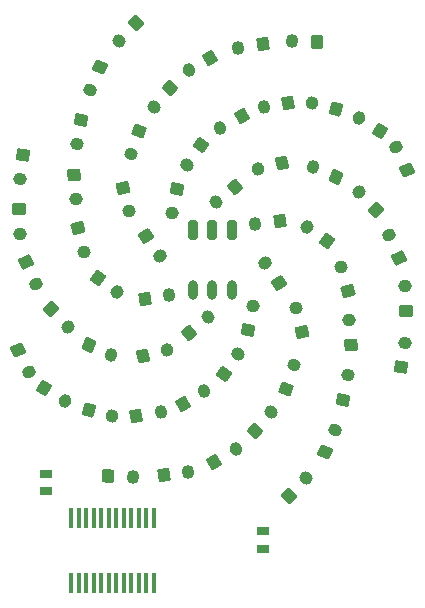
<source format=gtp>
G04*
G04 #@! TF.GenerationSoftware,Altium Limited,CircuitStudio,1.5.2 (30)*
G04*
G04 Layer_Color=204*
%FSLAX25Y25*%
%MOIN*%
G70*
G01*
G75*
G04:AMPARAMS|DCode=12|XSize=40mil|YSize=44mil|CornerRadius=17.6mil|HoleSize=0mil|Usage=FLASHONLY|Rotation=47.000|XOffset=0mil|YOffset=0mil|HoleType=Round|Shape=RoundedRectangle|*
%AMROUNDEDRECTD12*
21,1,0.04000,0.00880,0,0,47.0*
21,1,0.00480,0.04400,0,0,47.0*
1,1,0.03520,0.00486,-0.00125*
1,1,0.03520,0.00158,-0.00476*
1,1,0.03520,-0.00486,0.00125*
1,1,0.03520,-0.00158,0.00476*
%
%ADD12ROUNDEDRECTD12*%
G04:AMPARAMS|DCode=13|XSize=40mil|YSize=44mil|CornerRadius=4.4mil|HoleSize=0mil|Usage=FLASHONLY|Rotation=47.000|XOffset=0mil|YOffset=0mil|HoleType=Round|Shape=RoundedRectangle|*
%AMROUNDEDRECTD13*
21,1,0.04000,0.03520,0,0,47.0*
21,1,0.03120,0.04400,0,0,47.0*
1,1,0.00880,0.02351,-0.00059*
1,1,0.00880,0.00223,-0.02341*
1,1,0.00880,-0.02351,0.00059*
1,1,0.00880,-0.00223,0.02341*
%
%ADD13ROUNDEDRECTD13*%
%ADD14O,0.03300X0.06600*%
G04:AMPARAMS|DCode=15|XSize=33mil|YSize=66mil|CornerRadius=6.6mil|HoleSize=0mil|Usage=FLASHONLY|Rotation=0.000|XOffset=0mil|YOffset=0mil|HoleType=Round|Shape=RoundedRectangle|*
%AMROUNDEDRECTD15*
21,1,0.03300,0.05280,0,0,0.0*
21,1,0.01980,0.06600,0,0,0.0*
1,1,0.01320,0.00990,-0.02640*
1,1,0.01320,-0.00990,-0.02640*
1,1,0.01320,-0.00990,0.02640*
1,1,0.01320,0.00990,0.02640*
%
%ADD15ROUNDEDRECTD15*%
%ADD16O,0.01417X0.06890*%
%ADD17R,0.01417X0.06890*%
G04:AMPARAMS|DCode=18|XSize=40mil|YSize=44mil|CornerRadius=17.6mil|HoleSize=0mil|Usage=FLASHONLY|Rotation=65.000|XOffset=0mil|YOffset=0mil|HoleType=Round|Shape=RoundedRectangle|*
%AMROUNDEDRECTD18*
21,1,0.04000,0.00880,0,0,65.0*
21,1,0.00480,0.04400,0,0,65.0*
1,1,0.03520,0.00500,0.00032*
1,1,0.03520,0.00297,-0.00404*
1,1,0.03520,-0.00500,-0.00032*
1,1,0.03520,-0.00297,0.00404*
%
%ADD18ROUNDEDRECTD18*%
G04:AMPARAMS|DCode=19|XSize=40mil|YSize=44mil|CornerRadius=4.4mil|HoleSize=0mil|Usage=FLASHONLY|Rotation=65.000|XOffset=0mil|YOffset=0mil|HoleType=Round|Shape=RoundedRectangle|*
%AMROUNDEDRECTD19*
21,1,0.04000,0.03520,0,0,65.0*
21,1,0.03120,0.04400,0,0,65.0*
1,1,0.00880,0.02254,0.00670*
1,1,0.00880,0.00936,-0.02158*
1,1,0.00880,-0.02254,-0.00670*
1,1,0.00880,-0.00936,0.02158*
%
%ADD19ROUNDEDRECTD19*%
G04:AMPARAMS|DCode=20|XSize=40mil|YSize=44mil|CornerRadius=17.6mil|HoleSize=0mil|Usage=FLASHONLY|Rotation=79.000|XOffset=0mil|YOffset=0mil|HoleType=Round|Shape=RoundedRectangle|*
%AMROUNDEDRECTD20*
21,1,0.04000,0.00880,0,0,79.0*
21,1,0.00480,0.04400,0,0,79.0*
1,1,0.03520,0.00478,0.00152*
1,1,0.03520,0.00386,-0.00320*
1,1,0.03520,-0.00478,-0.00152*
1,1,0.03520,-0.00386,0.00320*
%
%ADD20ROUNDEDRECTD20*%
G04:AMPARAMS|DCode=21|XSize=40mil|YSize=44mil|CornerRadius=4.4mil|HoleSize=0mil|Usage=FLASHONLY|Rotation=79.000|XOffset=0mil|YOffset=0mil|HoleType=Round|Shape=RoundedRectangle|*
%AMROUNDEDRECTD21*
21,1,0.04000,0.03520,0,0,79.0*
21,1,0.03120,0.04400,0,0,79.0*
1,1,0.00880,0.02025,0.01196*
1,1,0.00880,0.01430,-0.01867*
1,1,0.00880,-0.02025,-0.01196*
1,1,0.00880,-0.01430,0.01867*
%
%ADD21ROUNDEDRECTD21*%
G04:AMPARAMS|DCode=22|XSize=40mil|YSize=44mil|CornerRadius=17.6mil|HoleSize=0mil|Usage=FLASHONLY|Rotation=93.000|XOffset=0mil|YOffset=0mil|HoleType=Round|Shape=RoundedRectangle|*
%AMROUNDEDRECTD22*
21,1,0.04000,0.00880,0,0,93.0*
21,1,0.00480,0.04400,0,0,93.0*
1,1,0.03520,0.00427,0.00263*
1,1,0.03520,0.00452,-0.00217*
1,1,0.03520,-0.00427,-0.00263*
1,1,0.03520,-0.00452,0.00217*
%
%ADD22ROUNDEDRECTD22*%
G04:AMPARAMS|DCode=23|XSize=40mil|YSize=44mil|CornerRadius=4.4mil|HoleSize=0mil|Usage=FLASHONLY|Rotation=93.000|XOffset=0mil|YOffset=0mil|HoleType=Round|Shape=RoundedRectangle|*
%AMROUNDEDRECTD23*
21,1,0.04000,0.03520,0,0,93.0*
21,1,0.03120,0.04400,0,0,93.0*
1,1,0.00880,0.01676,0.01650*
1,1,0.00880,0.01839,-0.01466*
1,1,0.00880,-0.01676,-0.01650*
1,1,0.00880,-0.01839,0.01466*
%
%ADD23ROUNDEDRECTD23*%
G04:AMPARAMS|DCode=24|XSize=40mil|YSize=44mil|CornerRadius=17.6mil|HoleSize=0mil|Usage=FLASHONLY|Rotation=144.000|XOffset=0mil|YOffset=0mil|HoleType=Round|Shape=RoundedRectangle|*
%AMROUNDEDRECTD24*
21,1,0.04000,0.00880,0,0,144.0*
21,1,0.00480,0.04400,0,0,144.0*
1,1,0.03520,0.00065,0.00497*
1,1,0.03520,0.00453,0.00215*
1,1,0.03520,-0.00065,-0.00497*
1,1,0.03520,-0.00453,-0.00215*
%
%ADD24ROUNDEDRECTD24*%
G04:AMPARAMS|DCode=25|XSize=40mil|YSize=44mil|CornerRadius=4.4mil|HoleSize=0mil|Usage=FLASHONLY|Rotation=144.000|XOffset=0mil|YOffset=0mil|HoleType=Round|Shape=RoundedRectangle|*
%AMROUNDEDRECTD25*
21,1,0.04000,0.03520,0,0,144.0*
21,1,0.03120,0.04400,0,0,144.0*
1,1,0.00880,-0.00228,0.02341*
1,1,0.00880,0.02297,0.00507*
1,1,0.00880,0.00228,-0.02341*
1,1,0.00880,-0.02297,-0.00507*
%
%ADD25ROUNDEDRECTD25*%
G04:AMPARAMS|DCode=26|XSize=40mil|YSize=44mil|CornerRadius=17.6mil|HoleSize=0mil|Usage=FLASHONLY|Rotation=188.000|XOffset=0mil|YOffset=0mil|HoleType=Round|Shape=RoundedRectangle|*
%AMROUNDEDRECTD26*
21,1,0.04000,0.00880,0,0,188.0*
21,1,0.00480,0.04400,0,0,188.0*
1,1,0.03520,-0.00299,0.00402*
1,1,0.03520,0.00176,0.00469*
1,1,0.03520,0.00299,-0.00402*
1,1,0.03520,-0.00176,-0.00469*
%
%ADD26ROUNDEDRECTD26*%
G04:AMPARAMS|DCode=27|XSize=40mil|YSize=44mil|CornerRadius=4.4mil|HoleSize=0mil|Usage=FLASHONLY|Rotation=188.000|XOffset=0mil|YOffset=0mil|HoleType=Round|Shape=RoundedRectangle|*
%AMROUNDEDRECTD27*
21,1,0.04000,0.03520,0,0,188.0*
21,1,0.03120,0.04400,0,0,188.0*
1,1,0.00880,-0.01790,0.01526*
1,1,0.00880,0.01300,0.01960*
1,1,0.00880,0.01790,-0.01526*
1,1,0.00880,-0.01300,-0.01960*
%
%ADD27ROUNDEDRECTD27*%
G04:AMPARAMS|DCode=28|XSize=40mil|YSize=44mil|CornerRadius=17.6mil|HoleSize=0mil|Usage=FLASHONLY|Rotation=220.000|XOffset=0mil|YOffset=0mil|HoleType=Round|Shape=RoundedRectangle|*
%AMROUNDEDRECTD28*
21,1,0.04000,0.00880,0,0,220.0*
21,1,0.00480,0.04400,0,0,220.0*
1,1,0.03520,-0.00467,0.00183*
1,1,0.03520,-0.00099,0.00491*
1,1,0.03520,0.00467,-0.00183*
1,1,0.03520,0.00099,-0.00491*
%
%ADD28ROUNDEDRECTD28*%
G04:AMPARAMS|DCode=29|XSize=40mil|YSize=44mil|CornerRadius=4.4mil|HoleSize=0mil|Usage=FLASHONLY|Rotation=220.000|XOffset=0mil|YOffset=0mil|HoleType=Round|Shape=RoundedRectangle|*
%AMROUNDEDRECTD29*
21,1,0.04000,0.03520,0,0,220.0*
21,1,0.03120,0.04400,0,0,220.0*
1,1,0.00880,-0.02326,0.00346*
1,1,0.00880,0.00064,0.02351*
1,1,0.00880,0.02326,-0.00346*
1,1,0.00880,-0.00064,-0.02351*
%
%ADD29ROUNDEDRECTD29*%
G04:AMPARAMS|DCode=30|XSize=40mil|YSize=44mil|CornerRadius=17.6mil|HoleSize=0mil|Usage=FLASHONLY|Rotation=193.000|XOffset=0mil|YOffset=0mil|HoleType=Round|Shape=RoundedRectangle|*
%AMROUNDEDRECTD30*
21,1,0.04000,0.00880,0,0,193.0*
21,1,0.00480,0.04400,0,0,193.0*
1,1,0.03520,-0.00333,0.00375*
1,1,0.03520,0.00135,0.00483*
1,1,0.03520,0.00333,-0.00375*
1,1,0.03520,-0.00135,-0.00483*
%
%ADD30ROUNDEDRECTD30*%
G04:AMPARAMS|DCode=31|XSize=40mil|YSize=44mil|CornerRadius=4.4mil|HoleSize=0mil|Usage=FLASHONLY|Rotation=193.000|XOffset=0mil|YOffset=0mil|HoleType=Round|Shape=RoundedRectangle|*
%AMROUNDEDRECTD31*
21,1,0.04000,0.03520,0,0,193.0*
21,1,0.03120,0.04400,0,0,193.0*
1,1,0.00880,-0.01916,0.01364*
1,1,0.00880,0.01124,0.02066*
1,1,0.00880,0.01916,-0.01364*
1,1,0.00880,-0.01124,-0.02066*
%
%ADD31ROUNDEDRECTD31*%
G04:AMPARAMS|DCode=32|XSize=40mil|YSize=44mil|CornerRadius=17.6mil|HoleSize=0mil|Usage=FLASHONLY|Rotation=155.000|XOffset=0mil|YOffset=0mil|HoleType=Round|Shape=RoundedRectangle|*
%AMROUNDEDRECTD32*
21,1,0.04000,0.00880,0,0,155.0*
21,1,0.00480,0.04400,0,0,155.0*
1,1,0.03520,-0.00032,0.00500*
1,1,0.03520,0.00404,0.00297*
1,1,0.03520,0.00032,-0.00500*
1,1,0.03520,-0.00404,-0.00297*
%
%ADD32ROUNDEDRECTD32*%
G04:AMPARAMS|DCode=33|XSize=40mil|YSize=44mil|CornerRadius=4.4mil|HoleSize=0mil|Usage=FLASHONLY|Rotation=155.000|XOffset=0mil|YOffset=0mil|HoleType=Round|Shape=RoundedRectangle|*
%AMROUNDEDRECTD33*
21,1,0.04000,0.03520,0,0,155.0*
21,1,0.03120,0.04400,0,0,155.0*
1,1,0.00880,-0.00670,0.02254*
1,1,0.00880,0.02158,0.00936*
1,1,0.00880,0.00670,-0.02254*
1,1,0.00880,-0.02158,-0.00936*
%
%ADD33ROUNDEDRECTD33*%
G04:AMPARAMS|DCode=34|XSize=40mil|YSize=44mil|CornerRadius=17.6mil|HoleSize=0mil|Usage=FLASHONLY|Rotation=133.000|XOffset=0mil|YOffset=0mil|HoleType=Round|Shape=RoundedRectangle|*
%AMROUNDEDRECTD34*
21,1,0.04000,0.00880,0,0,133.0*
21,1,0.00480,0.04400,0,0,133.0*
1,1,0.03520,0.00158,0.00476*
1,1,0.03520,0.00486,0.00125*
1,1,0.03520,-0.00158,-0.00476*
1,1,0.03520,-0.00486,-0.00125*
%
%ADD34ROUNDEDRECTD34*%
G04:AMPARAMS|DCode=35|XSize=40mil|YSize=44mil|CornerRadius=4.4mil|HoleSize=0mil|Usage=FLASHONLY|Rotation=133.000|XOffset=0mil|YOffset=0mil|HoleType=Round|Shape=RoundedRectangle|*
%AMROUNDEDRECTD35*
21,1,0.04000,0.03520,0,0,133.0*
21,1,0.03120,0.04400,0,0,133.0*
1,1,0.00880,0.00223,0.02341*
1,1,0.00880,0.02351,0.00059*
1,1,0.00880,-0.00223,-0.02341*
1,1,0.00880,-0.02351,-0.00059*
%
%ADD35ROUNDEDRECTD35*%
G04:AMPARAMS|DCode=36|XSize=40mil|YSize=44mil|CornerRadius=17.6mil|HoleSize=0mil|Usage=FLASHONLY|Rotation=116.000|XOffset=0mil|YOffset=0mil|HoleType=Round|Shape=RoundedRectangle|*
%AMROUNDEDRECTD36*
21,1,0.04000,0.00880,0,0,116.0*
21,1,0.00480,0.04400,0,0,116.0*
1,1,0.03520,0.00290,0.00409*
1,1,0.03520,0.00501,-0.00023*
1,1,0.03520,-0.00290,-0.00409*
1,1,0.03520,-0.00501,0.00023*
%
%ADD36ROUNDEDRECTD36*%
G04:AMPARAMS|DCode=37|XSize=40mil|YSize=44mil|CornerRadius=4.4mil|HoleSize=0mil|Usage=FLASHONLY|Rotation=116.000|XOffset=0mil|YOffset=0mil|HoleType=Round|Shape=RoundedRectangle|*
%AMROUNDEDRECTD37*
21,1,0.04000,0.03520,0,0,116.0*
21,1,0.03120,0.04400,0,0,116.0*
1,1,0.00880,0.00898,0.02174*
1,1,0.00880,0.02266,-0.00631*
1,1,0.00880,-0.00898,-0.02174*
1,1,0.00880,-0.02266,0.00631*
%
%ADD37ROUNDEDRECTD37*%
G04:AMPARAMS|DCode=38|XSize=40mil|YSize=44mil|CornerRadius=17.6mil|HoleSize=0mil|Usage=FLASHONLY|Rotation=91.000|XOffset=0mil|YOffset=0mil|HoleType=Round|Shape=RoundedRectangle|*
%AMROUNDEDRECTD38*
21,1,0.04000,0.00880,0,0,91.0*
21,1,0.00480,0.04400,0,0,91.0*
1,1,0.03520,0.00436,0.00248*
1,1,0.03520,0.00444,-0.00232*
1,1,0.03520,-0.00436,-0.00248*
1,1,0.03520,-0.00444,0.00232*
%
%ADD38ROUNDEDRECTD38*%
G04:AMPARAMS|DCode=39|XSize=40mil|YSize=44mil|CornerRadius=4.4mil|HoleSize=0mil|Usage=FLASHONLY|Rotation=91.000|XOffset=0mil|YOffset=0mil|HoleType=Round|Shape=RoundedRectangle|*
%AMROUNDEDRECTD39*
21,1,0.04000,0.03520,0,0,91.0*
21,1,0.03120,0.04400,0,0,91.0*
1,1,0.00880,0.01733,0.01591*
1,1,0.00880,0.01787,-0.01529*
1,1,0.00880,-0.01733,-0.01591*
1,1,0.00880,-0.01787,0.01529*
%
%ADD39ROUNDEDRECTD39*%
G04:AMPARAMS|DCode=40|XSize=40mil|YSize=44mil|CornerRadius=17.6mil|HoleSize=0mil|Usage=FLASHONLY|Rotation=82.000|XOffset=0mil|YOffset=0mil|HoleType=Round|Shape=RoundedRectangle|*
%AMROUNDEDRECTD40*
21,1,0.04000,0.00880,0,0,82.0*
21,1,0.00480,0.04400,0,0,82.0*
1,1,0.03520,0.00469,0.00176*
1,1,0.03520,0.00402,-0.00299*
1,1,0.03520,-0.00469,-0.00176*
1,1,0.03520,-0.00402,0.00299*
%
%ADD40ROUNDEDRECTD40*%
G04:AMPARAMS|DCode=41|XSize=40mil|YSize=44mil|CornerRadius=4.4mil|HoleSize=0mil|Usage=FLASHONLY|Rotation=82.000|XOffset=0mil|YOffset=0mil|HoleType=Round|Shape=RoundedRectangle|*
%AMROUNDEDRECTD41*
21,1,0.04000,0.03520,0,0,82.0*
21,1,0.03120,0.04400,0,0,82.0*
1,1,0.00880,0.01960,0.01300*
1,1,0.00880,0.01526,-0.01790*
1,1,0.00880,-0.01960,-0.01300*
1,1,0.00880,-0.01526,0.01790*
%
%ADD41ROUNDEDRECTD41*%
G04:AMPARAMS|DCode=42|XSize=40mil|YSize=44mil|CornerRadius=17.6mil|HoleSize=0mil|Usage=FLASHONLY|Rotation=258.000|XOffset=0mil|YOffset=0mil|HoleType=Round|Shape=RoundedRectangle|*
%AMROUNDEDRECTD42*
21,1,0.04000,0.00880,0,0,258.0*
21,1,0.00480,0.04400,0,0,258.0*
1,1,0.03520,-0.00480,-0.00143*
1,1,0.03520,-0.00381,0.00326*
1,1,0.03520,0.00480,0.00143*
1,1,0.03520,0.00381,-0.00326*
%
%ADD42ROUNDEDRECTD42*%
G04:AMPARAMS|DCode=43|XSize=40mil|YSize=44mil|CornerRadius=4.4mil|HoleSize=0mil|Usage=FLASHONLY|Rotation=258.000|XOffset=0mil|YOffset=0mil|HoleType=Round|Shape=RoundedRectangle|*
%AMROUNDEDRECTD43*
21,1,0.04000,0.03520,0,0,258.0*
21,1,0.03120,0.04400,0,0,258.0*
1,1,0.00880,-0.02046,-0.01160*
1,1,0.00880,-0.01397,0.01892*
1,1,0.00880,0.02046,0.01160*
1,1,0.00880,0.01397,-0.01892*
%
%ADD43ROUNDEDRECTD43*%
G04:AMPARAMS|DCode=44|XSize=40mil|YSize=44mil|CornerRadius=17.6mil|HoleSize=0mil|Usage=FLASHONLY|Rotation=235.000|XOffset=0mil|YOffset=0mil|HoleType=Round|Shape=RoundedRectangle|*
%AMROUNDEDRECTD44*
21,1,0.04000,0.00880,0,0,235.0*
21,1,0.00480,0.04400,0,0,235.0*
1,1,0.03520,-0.00498,0.00056*
1,1,0.03520,-0.00223,0.00449*
1,1,0.03520,0.00498,-0.00056*
1,1,0.03520,0.00223,-0.00449*
%
%ADD44ROUNDEDRECTD44*%
G04:AMPARAMS|DCode=45|XSize=40mil|YSize=44mil|CornerRadius=4.4mil|HoleSize=0mil|Usage=FLASHONLY|Rotation=235.000|XOffset=0mil|YOffset=0mil|HoleType=Round|Shape=RoundedRectangle|*
%AMROUNDEDRECTD45*
21,1,0.04000,0.03520,0,0,235.0*
21,1,0.03120,0.04400,0,0,235.0*
1,1,0.00880,-0.02337,-0.00268*
1,1,0.00880,-0.00547,0.02287*
1,1,0.00880,0.02337,0.00268*
1,1,0.00880,0.00547,-0.02287*
%
%ADD45ROUNDEDRECTD45*%
G04:AMPARAMS|DCode=46|XSize=40mil|YSize=44mil|CornerRadius=17.6mil|HoleSize=0mil|Usage=FLASHONLY|Rotation=210.000|XOffset=0mil|YOffset=0mil|HoleType=Round|Shape=RoundedRectangle|*
%AMROUNDEDRECTD46*
21,1,0.04000,0.00880,0,0,210.0*
21,1,0.00480,0.04400,0,0,210.0*
1,1,0.03520,-0.00428,0.00261*
1,1,0.03520,-0.00012,0.00501*
1,1,0.03520,0.00428,-0.00261*
1,1,0.03520,0.00012,-0.00501*
%
%ADD46ROUNDEDRECTD46*%
G04:AMPARAMS|DCode=47|XSize=40mil|YSize=44mil|CornerRadius=4.4mil|HoleSize=0mil|Usage=FLASHONLY|Rotation=210.000|XOffset=0mil|YOffset=0mil|HoleType=Round|Shape=RoundedRectangle|*
%AMROUNDEDRECTD47*
21,1,0.04000,0.03520,0,0,210.0*
21,1,0.03120,0.04400,0,0,210.0*
1,1,0.00880,-0.02231,0.00744*
1,1,0.00880,0.00471,0.02304*
1,1,0.00880,0.02231,-0.00744*
1,1,0.00880,-0.00471,-0.02304*
%
%ADD47ROUNDEDRECTD47*%
G04:AMPARAMS|DCode=48|XSize=40mil|YSize=44mil|CornerRadius=17.6mil|HoleSize=0mil|Usage=FLASHONLY|Rotation=190.000|XOffset=0mil|YOffset=0mil|HoleType=Round|Shape=RoundedRectangle|*
%AMROUNDEDRECTD48*
21,1,0.04000,0.00880,0,0,190.0*
21,1,0.00480,0.04400,0,0,190.0*
1,1,0.03520,-0.00313,0.00392*
1,1,0.03520,0.00160,0.00475*
1,1,0.03520,0.00313,-0.00392*
1,1,0.03520,-0.00160,-0.00475*
%
%ADD48ROUNDEDRECTD48*%
G04:AMPARAMS|DCode=49|XSize=40mil|YSize=44mil|CornerRadius=4.4mil|HoleSize=0mil|Usage=FLASHONLY|Rotation=190.000|XOffset=0mil|YOffset=0mil|HoleType=Round|Shape=RoundedRectangle|*
%AMROUNDEDRECTD49*
21,1,0.04000,0.03520,0,0,190.0*
21,1,0.03120,0.04400,0,0,190.0*
1,1,0.00880,-0.01842,0.01462*
1,1,0.00880,0.01231,0.02004*
1,1,0.00880,0.01842,-0.01462*
1,1,0.00880,-0.01231,-0.02004*
%
%ADD49ROUNDEDRECTD49*%
G04:AMPARAMS|DCode=50|XSize=40mil|YSize=44mil|CornerRadius=17.6mil|HoleSize=0mil|Usage=FLASHONLY|Rotation=165.000|XOffset=0mil|YOffset=0mil|HoleType=Round|Shape=RoundedRectangle|*
%AMROUNDEDRECTD50*
21,1,0.04000,0.00880,0,0,165.0*
21,1,0.00480,0.04400,0,0,165.0*
1,1,0.03520,-0.00118,0.00487*
1,1,0.03520,0.00346,0.00363*
1,1,0.03520,0.00118,-0.00487*
1,1,0.03520,-0.00346,-0.00363*
%
%ADD50ROUNDEDRECTD50*%
G04:AMPARAMS|DCode=51|XSize=40mil|YSize=44mil|CornerRadius=4.4mil|HoleSize=0mil|Usage=FLASHONLY|Rotation=165.000|XOffset=0mil|YOffset=0mil|HoleType=Round|Shape=RoundedRectangle|*
%AMROUNDEDRECTD51*
21,1,0.04000,0.03520,0,0,165.0*
21,1,0.03120,0.04400,0,0,165.0*
1,1,0.00880,-0.01051,0.02104*
1,1,0.00880,0.01962,0.01296*
1,1,0.00880,0.01051,-0.02104*
1,1,0.00880,-0.01962,-0.01296*
%
%ADD51ROUNDEDRECTD51*%
G04:AMPARAMS|DCode=52|XSize=40mil|YSize=44mil|CornerRadius=17.6mil|HoleSize=0mil|Usage=FLASHONLY|Rotation=148.000|XOffset=0mil|YOffset=0mil|HoleType=Round|Shape=RoundedRectangle|*
%AMROUNDEDRECTD52*
21,1,0.04000,0.00880,0,0,148.0*
21,1,0.00480,0.04400,0,0,148.0*
1,1,0.03520,0.00030,0.00500*
1,1,0.03520,0.00437,0.00246*
1,1,0.03520,-0.00030,-0.00500*
1,1,0.03520,-0.00437,-0.00246*
%
%ADD52ROUNDEDRECTD52*%
G04:AMPARAMS|DCode=53|XSize=40mil|YSize=44mil|CornerRadius=4.4mil|HoleSize=0mil|Usage=FLASHONLY|Rotation=148.000|XOffset=0mil|YOffset=0mil|HoleType=Round|Shape=RoundedRectangle|*
%AMROUNDEDRECTD53*
21,1,0.04000,0.03520,0,0,148.0*
21,1,0.03120,0.04400,0,0,148.0*
1,1,0.00880,-0.00390,0.02319*
1,1,0.00880,0.02256,0.00666*
1,1,0.00880,0.00390,-0.02319*
1,1,0.00880,-0.02256,-0.00666*
%
%ADD53ROUNDEDRECTD53*%
G04:AMPARAMS|DCode=54|XSize=40mil|YSize=44mil|CornerRadius=17.6mil|HoleSize=0mil|Usage=FLASHONLY|Rotation=115.000|XOffset=0mil|YOffset=0mil|HoleType=Round|Shape=RoundedRectangle|*
%AMROUNDEDRECTD54*
21,1,0.04000,0.00880,0,0,115.0*
21,1,0.00480,0.04400,0,0,115.0*
1,1,0.03520,0.00297,0.00404*
1,1,0.03520,0.00500,-0.00032*
1,1,0.03520,-0.00297,-0.00404*
1,1,0.03520,-0.00500,0.00032*
%
%ADD54ROUNDEDRECTD54*%
G04:AMPARAMS|DCode=55|XSize=40mil|YSize=44mil|CornerRadius=4.4mil|HoleSize=0mil|Usage=FLASHONLY|Rotation=115.000|XOffset=0mil|YOffset=0mil|HoleType=Round|Shape=RoundedRectangle|*
%AMROUNDEDRECTD55*
21,1,0.04000,0.03520,0,0,115.0*
21,1,0.03120,0.04400,0,0,115.0*
1,1,0.00880,0.00936,0.02158*
1,1,0.00880,0.02254,-0.00670*
1,1,0.00880,-0.00936,-0.02158*
1,1,0.00880,-0.02254,0.00670*
%
%ADD55ROUNDEDRECTD55*%
G04:AMPARAMS|DCode=56|XSize=40mil|YSize=44mil|CornerRadius=17.6mil|HoleSize=0mil|Usage=FLASHONLY|Rotation=303.000|XOffset=0mil|YOffset=0mil|HoleType=Round|Shape=RoundedRectangle|*
%AMROUNDEDRECTD56*
21,1,0.04000,0.00880,0,0,303.0*
21,1,0.00480,0.04400,0,0,303.0*
1,1,0.03520,-0.00238,-0.00441*
1,1,0.03520,-0.00500,-0.00038*
1,1,0.03520,0.00238,0.00441*
1,1,0.03520,0.00500,0.00038*
%
%ADD56ROUNDEDRECTD56*%
G04:AMPARAMS|DCode=57|XSize=40mil|YSize=44mil|CornerRadius=4.4mil|HoleSize=0mil|Usage=FLASHONLY|Rotation=303.000|XOffset=0mil|YOffset=0mil|HoleType=Round|Shape=RoundedRectangle|*
%AMROUNDEDRECTD57*
21,1,0.04000,0.03520,0,0,303.0*
21,1,0.03120,0.04400,0,0,303.0*
1,1,0.00880,-0.00626,-0.02267*
1,1,0.00880,-0.02326,0.00350*
1,1,0.00880,0.00626,0.02267*
1,1,0.00880,0.02326,-0.00350*
%
%ADD57ROUNDEDRECTD57*%
G04:AMPARAMS|DCode=58|XSize=40mil|YSize=44mil|CornerRadius=17.6mil|HoleSize=0mil|Usage=FLASHONLY|Rotation=284.000|XOffset=0mil|YOffset=0mil|HoleType=Round|Shape=RoundedRectangle|*
%AMROUNDEDRECTD58*
21,1,0.04000,0.00880,0,0,284.0*
21,1,0.00480,0.04400,0,0,284.0*
1,1,0.03520,-0.00369,-0.00339*
1,1,0.03520,-0.00485,0.00126*
1,1,0.03520,0.00369,0.00339*
1,1,0.03520,0.00485,-0.00126*
%
%ADD58ROUNDEDRECTD58*%
G04:AMPARAMS|DCode=59|XSize=40mil|YSize=44mil|CornerRadius=4.4mil|HoleSize=0mil|Usage=FLASHONLY|Rotation=284.000|XOffset=0mil|YOffset=0mil|HoleType=Round|Shape=RoundedRectangle|*
%AMROUNDEDRECTD59*
21,1,0.04000,0.03520,0,0,284.0*
21,1,0.03120,0.04400,0,0,284.0*
1,1,0.00880,-0.01330,-0.01939*
1,1,0.00880,-0.02085,0.01088*
1,1,0.00880,0.01330,0.01939*
1,1,0.00880,0.02085,-0.01088*
%
%ADD59ROUNDEDRECTD59*%
G04:AMPARAMS|DCode=60|XSize=40mil|YSize=44mil|CornerRadius=17.6mil|HoleSize=0mil|Usage=FLASHONLY|Rotation=251.000|XOffset=0mil|YOffset=0mil|HoleType=Round|Shape=RoundedRectangle|*
%AMROUNDEDRECTD60*
21,1,0.04000,0.00880,0,0,251.0*
21,1,0.00480,0.04400,0,0,251.0*
1,1,0.03520,-0.00494,-0.00084*
1,1,0.03520,-0.00338,0.00370*
1,1,0.03520,0.00494,0.00084*
1,1,0.03520,0.00338,-0.00370*
%
%ADD60ROUNDEDRECTD60*%
G04:AMPARAMS|DCode=61|XSize=40mil|YSize=44mil|CornerRadius=4.4mil|HoleSize=0mil|Usage=FLASHONLY|Rotation=251.000|XOffset=0mil|YOffset=0mil|HoleType=Round|Shape=RoundedRectangle|*
%AMROUNDEDRECTD61*
21,1,0.04000,0.03520,0,0,251.0*
21,1,0.03120,0.04400,0,0,251.0*
1,1,0.00880,-0.02172,-0.00902*
1,1,0.00880,-0.01156,0.02048*
1,1,0.00880,0.02172,0.00902*
1,1,0.00880,0.01156,-0.02048*
%
%ADD61ROUNDEDRECTD61*%
G04:AMPARAMS|DCode=62|XSize=40mil|YSize=44mil|CornerRadius=17.6mil|HoleSize=0mil|Usage=FLASHONLY|Rotation=229.000|XOffset=0mil|YOffset=0mil|HoleType=Round|Shape=RoundedRectangle|*
%AMROUNDEDRECTD62*
21,1,0.04000,0.00880,0,0,229.0*
21,1,0.00480,0.04400,0,0,229.0*
1,1,0.03520,-0.00490,0.00108*
1,1,0.03520,-0.00175,0.00470*
1,1,0.03520,0.00490,-0.00108*
1,1,0.03520,0.00175,-0.00470*
%
%ADD62ROUNDEDRECTD62*%
G04:AMPARAMS|DCode=63|XSize=40mil|YSize=44mil|CornerRadius=4.4mil|HoleSize=0mil|Usage=FLASHONLY|Rotation=229.000|XOffset=0mil|YOffset=0mil|HoleType=Round|Shape=RoundedRectangle|*
%AMROUNDEDRECTD63*
21,1,0.04000,0.03520,0,0,229.0*
21,1,0.03120,0.04400,0,0,229.0*
1,1,0.00880,-0.02352,-0.00023*
1,1,0.00880,-0.00305,0.02332*
1,1,0.00880,0.02352,0.00023*
1,1,0.00880,0.00305,-0.02332*
%
%ADD63ROUNDEDRECTD63*%
G04:AMPARAMS|DCode=64|XSize=40mil|YSize=44mil|CornerRadius=17.6mil|HoleSize=0mil|Usage=FLASHONLY|Rotation=211.000|XOffset=0mil|YOffset=0mil|HoleType=Round|Shape=RoundedRectangle|*
%AMROUNDEDRECTD64*
21,1,0.04000,0.00880,0,0,211.0*
21,1,0.00480,0.04400,0,0,211.0*
1,1,0.03520,-0.00432,0.00254*
1,1,0.03520,-0.00021,0.00501*
1,1,0.03520,0.00432,-0.00254*
1,1,0.03520,0.00021,-0.00501*
%
%ADD64ROUNDEDRECTD64*%
G04:AMPARAMS|DCode=65|XSize=40mil|YSize=44mil|CornerRadius=4.4mil|HoleSize=0mil|Usage=FLASHONLY|Rotation=211.000|XOffset=0mil|YOffset=0mil|HoleType=Round|Shape=RoundedRectangle|*
%AMROUNDEDRECTD65*
21,1,0.04000,0.03520,0,0,211.0*
21,1,0.03120,0.04400,0,0,211.0*
1,1,0.00880,-0.02244,0.00705*
1,1,0.00880,0.00431,0.02312*
1,1,0.00880,0.02244,-0.00705*
1,1,0.00880,-0.00431,-0.02312*
%
%ADD65ROUNDEDRECTD65*%
G04:AMPARAMS|DCode=66|XSize=40mil|YSize=44mil|CornerRadius=17.6mil|HoleSize=0mil|Usage=FLASHONLY|Rotation=179.000|XOffset=0mil|YOffset=0mil|HoleType=Round|Shape=RoundedRectangle|*
%AMROUNDEDRECTD66*
21,1,0.04000,0.00880,0,0,179.0*
21,1,0.00480,0.04400,0,0,179.0*
1,1,0.03520,-0.00232,0.00444*
1,1,0.03520,0.00248,0.00436*
1,1,0.03520,0.00232,-0.00444*
1,1,0.03520,-0.00248,-0.00436*
%
%ADD66ROUNDEDRECTD66*%
G04:AMPARAMS|DCode=67|XSize=40mil|YSize=44mil|CornerRadius=4.4mil|HoleSize=0mil|Usage=FLASHONLY|Rotation=179.000|XOffset=0mil|YOffset=0mil|HoleType=Round|Shape=RoundedRectangle|*
%AMROUNDEDRECTD67*
21,1,0.04000,0.03520,0,0,179.0*
21,1,0.03120,0.04400,0,0,179.0*
1,1,0.00880,-0.01529,0.01787*
1,1,0.00880,0.01591,0.01733*
1,1,0.00880,0.01529,-0.01787*
1,1,0.00880,-0.01591,-0.01733*
%
%ADD67ROUNDEDRECTD67*%
G04:AMPARAMS|DCode=68|XSize=40mil|YSize=44mil|CornerRadius=17.6mil|HoleSize=0mil|Usage=FLASHONLY|Rotation=358.000|XOffset=0mil|YOffset=0mil|HoleType=Round|Shape=RoundedRectangle|*
%AMROUNDEDRECTD68*
21,1,0.04000,0.00880,0,0,358.0*
21,1,0.00480,0.04400,0,0,358.0*
1,1,0.03520,0.00225,-0.00448*
1,1,0.03520,-0.00255,-0.00431*
1,1,0.03520,-0.00225,0.00448*
1,1,0.03520,0.00255,0.00431*
%
%ADD68ROUNDEDRECTD68*%
G04:AMPARAMS|DCode=69|XSize=40mil|YSize=44mil|CornerRadius=4.4mil|HoleSize=0mil|Usage=FLASHONLY|Rotation=358.000|XOffset=0mil|YOffset=0mil|HoleType=Round|Shape=RoundedRectangle|*
%AMROUNDEDRECTD69*
21,1,0.04000,0.03520,0,0,358.0*
21,1,0.03120,0.04400,0,0,358.0*
1,1,0.00880,0.01498,-0.01813*
1,1,0.00880,-0.01621,-0.01705*
1,1,0.00880,-0.01498,0.01813*
1,1,0.00880,0.01621,0.01705*
%
%ADD69ROUNDEDRECTD69*%
G04:AMPARAMS|DCode=70|XSize=40mil|YSize=44mil|CornerRadius=17.6mil|HoleSize=0mil|Usage=FLASHONLY|Rotation=285.000|XOffset=0mil|YOffset=0mil|HoleType=Round|Shape=RoundedRectangle|*
%AMROUNDEDRECTD70*
21,1,0.04000,0.00880,0,0,285.0*
21,1,0.00480,0.04400,0,0,285.0*
1,1,0.03520,-0.00363,-0.00346*
1,1,0.03520,-0.00487,0.00118*
1,1,0.03520,0.00363,0.00346*
1,1,0.03520,0.00487,-0.00118*
%
%ADD70ROUNDEDRECTD70*%
G04:AMPARAMS|DCode=71|XSize=40mil|YSize=44mil|CornerRadius=4.4mil|HoleSize=0mil|Usage=FLASHONLY|Rotation=285.000|XOffset=0mil|YOffset=0mil|HoleType=Round|Shape=RoundedRectangle|*
%AMROUNDEDRECTD71*
21,1,0.04000,0.03520,0,0,285.0*
21,1,0.03120,0.04400,0,0,285.0*
1,1,0.00880,-0.01296,-0.01962*
1,1,0.00880,-0.02104,0.01051*
1,1,0.00880,0.01296,0.01962*
1,1,0.00880,0.02104,-0.01051*
%
%ADD71ROUNDEDRECTD71*%
G04:AMPARAMS|DCode=72|XSize=40mil|YSize=44mil|CornerRadius=17.6mil|HoleSize=0mil|Usage=FLASHONLY|Rotation=106.000|XOffset=0mil|YOffset=0mil|HoleType=Round|Shape=RoundedRectangle|*
%AMROUNDEDRECTD72*
21,1,0.04000,0.00880,0,0,106.0*
21,1,0.00480,0.04400,0,0,106.0*
1,1,0.03520,0.00357,0.00352*
1,1,0.03520,0.00489,-0.00109*
1,1,0.03520,-0.00357,-0.00352*
1,1,0.03520,-0.00489,0.00109*
%
%ADD72ROUNDEDRECTD72*%
G04:AMPARAMS|DCode=73|XSize=40mil|YSize=44mil|CornerRadius=4.4mil|HoleSize=0mil|Usage=FLASHONLY|Rotation=106.000|XOffset=0mil|YOffset=0mil|HoleType=Round|Shape=RoundedRectangle|*
%AMROUNDEDRECTD73*
21,1,0.04000,0.03520,0,0,106.0*
21,1,0.03120,0.04400,0,0,106.0*
1,1,0.00880,0.01262,0.01985*
1,1,0.00880,0.02122,-0.01015*
1,1,0.00880,-0.01262,-0.01985*
1,1,0.00880,-0.02122,0.01015*
%
%ADD73ROUNDEDRECTD73*%
%ADD74R,0.03937X0.03150*%
D12*
X5080996Y2887299D02*
D03*
X5018804Y3033101D02*
D03*
D13*
X5075404Y2881301D02*
D03*
X5024396Y3039099D02*
D03*
D14*
X5049784Y2950201D02*
D03*
X5043284Y2950201D02*
D03*
X5056284Y2950201D02*
D03*
D15*
X5043284Y2970201D02*
D03*
X5056284Y2970201D02*
D03*
X5049784Y2970201D02*
D03*
D16*
X5007800Y2874100D02*
D03*
X5007800Y2852360D02*
D03*
X5012800Y2874100D02*
D03*
X5012800Y2852360D02*
D03*
X5017800Y2874100D02*
D03*
X5017800Y2852360D02*
D03*
X5022800Y2874100D02*
D03*
X5022800Y2852360D02*
D03*
X5027800Y2874100D02*
D03*
X5027800Y2852360D02*
D03*
X5002800Y2874100D02*
D03*
X5010300Y2874100D02*
D03*
X5010300Y2852360D02*
D03*
X5015300Y2874100D02*
D03*
X5015300Y2852360D02*
D03*
X5020300Y2874100D02*
D03*
X5020300Y2852360D02*
D03*
X5025300Y2874100D02*
D03*
X5025300Y2852360D02*
D03*
X5030300Y2874100D02*
D03*
X5030300Y2852360D02*
D03*
X5005300Y2874100D02*
D03*
X5005300Y2852360D02*
D03*
D17*
X5002800Y2852360D02*
D03*
D18*
X5090733Y2903516D02*
D03*
X5009067Y3016884D02*
D03*
D19*
X5087267Y2896084D02*
D03*
X5012533Y3024316D02*
D03*
D20*
X5095120Y2921593D02*
D03*
X5004680Y2998807D02*
D03*
D21*
X5093555Y2913544D02*
D03*
X5006245Y3006857D02*
D03*
D22*
X5095527Y2940097D02*
D03*
X5004273Y2980303D02*
D03*
D23*
X5095956Y2931908D02*
D03*
X5003844Y2988492D02*
D03*
D24*
X5081570Y2971121D02*
D03*
X5018230Y2949279D02*
D03*
D25*
X5088204Y2966302D02*
D03*
X5011596Y2954099D02*
D03*
D26*
X5064225Y2972070D02*
D03*
X5058540Y3030829D02*
D03*
X5041760Y2889571D02*
D03*
X5035575Y2948330D02*
D03*
D27*
X5072345Y2973211D02*
D03*
X5066660Y3031971D02*
D03*
X5033640Y2888429D02*
D03*
X5027455Y2947189D02*
D03*
D28*
X5051259Y2979264D02*
D03*
X5048541Y2941135D02*
D03*
D29*
X5057541Y2984535D02*
D03*
X5042259Y2935865D02*
D03*
D30*
X5065005Y2990478D02*
D03*
X5034795Y2929922D02*
D03*
D31*
X5072995Y2992322D02*
D03*
X5026805Y2928078D02*
D03*
D32*
X5083584Y2991133D02*
D03*
X5016216Y2928267D02*
D03*
D33*
X5091016Y2987667D02*
D03*
X5008784Y2931733D02*
D03*
D34*
X5098704Y2982598D02*
D03*
X5001696Y2937802D02*
D03*
D35*
X5104296Y2976601D02*
D03*
X4996104Y2943799D02*
D03*
D36*
X5108603Y2968285D02*
D03*
X4991198Y2952115D02*
D03*
D37*
X5112197Y2960915D02*
D03*
X4987603Y2959485D02*
D03*
D38*
X5114128Y2951399D02*
D03*
X4985672Y2968901D02*
D03*
D39*
X5114272Y2943201D02*
D03*
X4985529Y2977099D02*
D03*
D40*
X5114071Y2932460D02*
D03*
X4985729Y2986940D02*
D03*
D41*
X5112929Y2924340D02*
D03*
X4986871Y2995060D02*
D03*
D42*
X5036448Y2975790D02*
D03*
X5063352Y2944610D02*
D03*
D43*
X5038152Y2983810D02*
D03*
X5061647Y2936589D02*
D03*
D44*
X5041448Y2991742D02*
D03*
X5058352Y2928658D02*
D03*
D45*
X5046152Y2998458D02*
D03*
X5053648Y2921942D02*
D03*
D46*
X5052549Y3004050D02*
D03*
X5047251Y2916350D02*
D03*
D47*
X5059651Y3008150D02*
D03*
X5040149Y2912250D02*
D03*
D48*
X5067162Y3010988D02*
D03*
X5032638Y2909412D02*
D03*
D49*
X5075238Y3012412D02*
D03*
X5024562Y2907988D02*
D03*
D50*
X5083240Y3012461D02*
D03*
X5016560Y2907939D02*
D03*
D51*
X5091160Y3010339D02*
D03*
X5008640Y2910061D02*
D03*
D52*
X5098923Y3007473D02*
D03*
X5000877Y2912927D02*
D03*
D53*
X5105877Y3003127D02*
D03*
X4993923Y2917273D02*
D03*
D54*
X5111167Y2997616D02*
D03*
X4988633Y2922784D02*
D03*
D55*
X5114632Y2990184D02*
D03*
X4985167Y2930216D02*
D03*
D56*
X5032333Y2961262D02*
D03*
X5067467Y2959138D02*
D03*
D57*
X5027867Y2968139D02*
D03*
X5071933Y2952261D02*
D03*
D58*
X5022108Y2976274D02*
D03*
X5077657Y2944125D02*
D03*
D59*
X5020124Y2984230D02*
D03*
X5079641Y2936168D02*
D03*
D60*
X5022865Y2995423D02*
D03*
X5076935Y2924977D02*
D03*
D61*
X5025535Y3003176D02*
D03*
X5074265Y2917224D02*
D03*
D62*
X5030410Y3011106D02*
D03*
X5069390Y2909294D02*
D03*
D63*
X5035790Y3017294D02*
D03*
X5064010Y2903106D02*
D03*
D64*
X5042186Y3023288D02*
D03*
X5057614Y2897112D02*
D03*
D65*
X5049215Y3027512D02*
D03*
X5050586Y2892888D02*
D03*
D66*
X5076401Y3032972D02*
D03*
D67*
X5084599Y3032828D02*
D03*
D68*
X5023397Y2887857D02*
D03*
D69*
X5015202Y2888143D02*
D03*
D70*
X5007161Y2962740D02*
D03*
D71*
X5005039Y2970660D02*
D03*
D72*
X5092770Y2957641D02*
D03*
D73*
X5095030Y2949759D02*
D03*
D74*
X5066800Y2869600D02*
D03*
Y2863700D02*
D03*
X4994300Y2888900D02*
D03*
Y2883000D02*
D03*
M02*

</source>
